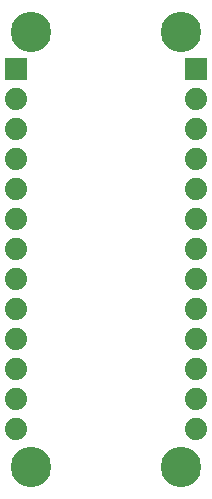
<source format=gbr>
G04 EAGLE Gerber RS-274X export*
G75*
%MOMM*%
%FSLAX34Y34*%
%LPD*%
%INSoldermask Bottom*%
%IPPOS*%
%AMOC8*
5,1,8,0,0,1.08239X$1,22.5*%
G01*
%ADD10R,1.879600X1.879600*%
%ADD11C,1.879600*%
%ADD12C,3.419200*%


D10*
X165100Y361950D03*
D11*
X165100Y336550D03*
X165100Y311150D03*
X165100Y285750D03*
X165100Y260350D03*
X165100Y234950D03*
X165100Y209550D03*
X165100Y184150D03*
X165100Y158750D03*
X165100Y133350D03*
X165100Y107950D03*
X165100Y82550D03*
X165100Y57150D03*
D10*
X12700Y361950D03*
D11*
X12700Y336550D03*
X12700Y311150D03*
X12700Y285750D03*
X12700Y260350D03*
X12700Y234950D03*
X12700Y209550D03*
X12700Y184150D03*
X12700Y158750D03*
X12700Y133350D03*
X12700Y107950D03*
X12700Y82550D03*
X12700Y57150D03*
D12*
X25400Y25400D03*
X152400Y25400D03*
X25400Y393700D03*
X152400Y393700D03*
M02*

</source>
